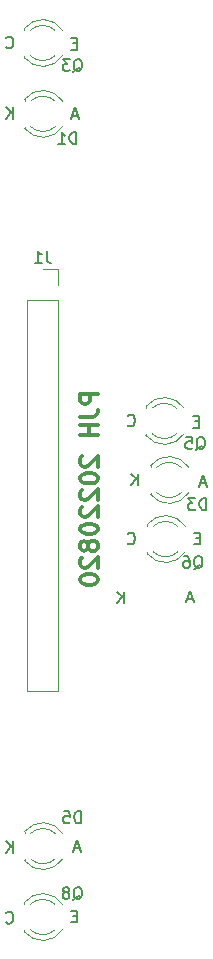
<source format=gbo>
G04 #@! TF.GenerationSoftware,KiCad,Pcbnew,8.0.6*
G04 #@! TF.CreationDate,2024-10-20T17:10:00+01:00*
G04 #@! TF.ProjectId,line-sensor-mini-kes,6c696e65-2d73-4656-9e73-6f722d6d696e,rev?*
G04 #@! TF.SameCoordinates,Original*
G04 #@! TF.FileFunction,Legend,Bot*
G04 #@! TF.FilePolarity,Positive*
%FSLAX46Y46*%
G04 Gerber Fmt 4.6, Leading zero omitted, Abs format (unit mm)*
G04 Created by KiCad (PCBNEW 8.0.6) date 2024-10-20 17:10:00*
%MOMM*%
%LPD*%
G01*
G04 APERTURE LIST*
%ADD10C,0.150000*%
%ADD11C,0.300000*%
%ADD12C,0.120000*%
%ADD13R,1.800000X1.800000*%
%ADD14C,1.800000*%
%ADD15C,1.600000*%
%ADD16O,1.600000X1.600000*%
%ADD17C,3.200000*%
%ADD18R,1.600000X1.600000*%
%ADD19R,1.700000X1.700000*%
%ADD20O,1.700000X1.700000*%
G04 APERTURE END LIST*
D10*
X154261905Y-115069104D02*
X154738095Y-115069104D01*
X154166667Y-115354819D02*
X154500000Y-114354819D01*
X154500000Y-114354819D02*
X154833333Y-115354819D01*
X144461905Y-74169104D02*
X144938095Y-74169104D01*
X144366667Y-74454819D02*
X144700000Y-73454819D01*
X144700000Y-73454819D02*
X145033333Y-74454819D01*
D11*
X146678328Y-97714287D02*
X145178328Y-97714287D01*
X145178328Y-97714287D02*
X145178328Y-98285716D01*
X145178328Y-98285716D02*
X145249757Y-98428573D01*
X145249757Y-98428573D02*
X145321185Y-98500002D01*
X145321185Y-98500002D02*
X145464042Y-98571430D01*
X145464042Y-98571430D02*
X145678328Y-98571430D01*
X145678328Y-98571430D02*
X145821185Y-98500002D01*
X145821185Y-98500002D02*
X145892614Y-98428573D01*
X145892614Y-98428573D02*
X145964042Y-98285716D01*
X145964042Y-98285716D02*
X145964042Y-97714287D01*
X145178328Y-99642859D02*
X146249757Y-99642859D01*
X146249757Y-99642859D02*
X146464042Y-99571430D01*
X146464042Y-99571430D02*
X146606900Y-99428573D01*
X146606900Y-99428573D02*
X146678328Y-99214287D01*
X146678328Y-99214287D02*
X146678328Y-99071430D01*
X146678328Y-100357144D02*
X145178328Y-100357144D01*
X145892614Y-100357144D02*
X145892614Y-101214287D01*
X146678328Y-101214287D02*
X145178328Y-101214287D01*
X145321185Y-103000002D02*
X145249757Y-103071430D01*
X145249757Y-103071430D02*
X145178328Y-103214288D01*
X145178328Y-103214288D02*
X145178328Y-103571430D01*
X145178328Y-103571430D02*
X145249757Y-103714288D01*
X145249757Y-103714288D02*
X145321185Y-103785716D01*
X145321185Y-103785716D02*
X145464042Y-103857145D01*
X145464042Y-103857145D02*
X145606900Y-103857145D01*
X145606900Y-103857145D02*
X145821185Y-103785716D01*
X145821185Y-103785716D02*
X146678328Y-102928573D01*
X146678328Y-102928573D02*
X146678328Y-103857145D01*
X145178328Y-104785716D02*
X145178328Y-104928573D01*
X145178328Y-104928573D02*
X145249757Y-105071430D01*
X145249757Y-105071430D02*
X145321185Y-105142859D01*
X145321185Y-105142859D02*
X145464042Y-105214287D01*
X145464042Y-105214287D02*
X145749757Y-105285716D01*
X145749757Y-105285716D02*
X146106900Y-105285716D01*
X146106900Y-105285716D02*
X146392614Y-105214287D01*
X146392614Y-105214287D02*
X146535471Y-105142859D01*
X146535471Y-105142859D02*
X146606900Y-105071430D01*
X146606900Y-105071430D02*
X146678328Y-104928573D01*
X146678328Y-104928573D02*
X146678328Y-104785716D01*
X146678328Y-104785716D02*
X146606900Y-104642859D01*
X146606900Y-104642859D02*
X146535471Y-104571430D01*
X146535471Y-104571430D02*
X146392614Y-104500001D01*
X146392614Y-104500001D02*
X146106900Y-104428573D01*
X146106900Y-104428573D02*
X145749757Y-104428573D01*
X145749757Y-104428573D02*
X145464042Y-104500001D01*
X145464042Y-104500001D02*
X145321185Y-104571430D01*
X145321185Y-104571430D02*
X145249757Y-104642859D01*
X145249757Y-104642859D02*
X145178328Y-104785716D01*
X145321185Y-105857144D02*
X145249757Y-105928572D01*
X145249757Y-105928572D02*
X145178328Y-106071430D01*
X145178328Y-106071430D02*
X145178328Y-106428572D01*
X145178328Y-106428572D02*
X145249757Y-106571430D01*
X145249757Y-106571430D02*
X145321185Y-106642858D01*
X145321185Y-106642858D02*
X145464042Y-106714287D01*
X145464042Y-106714287D02*
X145606900Y-106714287D01*
X145606900Y-106714287D02*
X145821185Y-106642858D01*
X145821185Y-106642858D02*
X146678328Y-105785715D01*
X146678328Y-105785715D02*
X146678328Y-106714287D01*
X145321185Y-107285715D02*
X145249757Y-107357143D01*
X145249757Y-107357143D02*
X145178328Y-107500001D01*
X145178328Y-107500001D02*
X145178328Y-107857143D01*
X145178328Y-107857143D02*
X145249757Y-108000001D01*
X145249757Y-108000001D02*
X145321185Y-108071429D01*
X145321185Y-108071429D02*
X145464042Y-108142858D01*
X145464042Y-108142858D02*
X145606900Y-108142858D01*
X145606900Y-108142858D02*
X145821185Y-108071429D01*
X145821185Y-108071429D02*
X146678328Y-107214286D01*
X146678328Y-107214286D02*
X146678328Y-108142858D01*
X145178328Y-109071429D02*
X145178328Y-109214286D01*
X145178328Y-109214286D02*
X145249757Y-109357143D01*
X145249757Y-109357143D02*
X145321185Y-109428572D01*
X145321185Y-109428572D02*
X145464042Y-109500000D01*
X145464042Y-109500000D02*
X145749757Y-109571429D01*
X145749757Y-109571429D02*
X146106900Y-109571429D01*
X146106900Y-109571429D02*
X146392614Y-109500000D01*
X146392614Y-109500000D02*
X146535471Y-109428572D01*
X146535471Y-109428572D02*
X146606900Y-109357143D01*
X146606900Y-109357143D02*
X146678328Y-109214286D01*
X146678328Y-109214286D02*
X146678328Y-109071429D01*
X146678328Y-109071429D02*
X146606900Y-108928572D01*
X146606900Y-108928572D02*
X146535471Y-108857143D01*
X146535471Y-108857143D02*
X146392614Y-108785714D01*
X146392614Y-108785714D02*
X146106900Y-108714286D01*
X146106900Y-108714286D02*
X145749757Y-108714286D01*
X145749757Y-108714286D02*
X145464042Y-108785714D01*
X145464042Y-108785714D02*
X145321185Y-108857143D01*
X145321185Y-108857143D02*
X145249757Y-108928572D01*
X145249757Y-108928572D02*
X145178328Y-109071429D01*
X145821185Y-110428571D02*
X145749757Y-110285714D01*
X145749757Y-110285714D02*
X145678328Y-110214285D01*
X145678328Y-110214285D02*
X145535471Y-110142857D01*
X145535471Y-110142857D02*
X145464042Y-110142857D01*
X145464042Y-110142857D02*
X145321185Y-110214285D01*
X145321185Y-110214285D02*
X145249757Y-110285714D01*
X145249757Y-110285714D02*
X145178328Y-110428571D01*
X145178328Y-110428571D02*
X145178328Y-110714285D01*
X145178328Y-110714285D02*
X145249757Y-110857143D01*
X145249757Y-110857143D02*
X145321185Y-110928571D01*
X145321185Y-110928571D02*
X145464042Y-111000000D01*
X145464042Y-111000000D02*
X145535471Y-111000000D01*
X145535471Y-111000000D02*
X145678328Y-110928571D01*
X145678328Y-110928571D02*
X145749757Y-110857143D01*
X145749757Y-110857143D02*
X145821185Y-110714285D01*
X145821185Y-110714285D02*
X145821185Y-110428571D01*
X145821185Y-110428571D02*
X145892614Y-110285714D01*
X145892614Y-110285714D02*
X145964042Y-110214285D01*
X145964042Y-110214285D02*
X146106900Y-110142857D01*
X146106900Y-110142857D02*
X146392614Y-110142857D01*
X146392614Y-110142857D02*
X146535471Y-110214285D01*
X146535471Y-110214285D02*
X146606900Y-110285714D01*
X146606900Y-110285714D02*
X146678328Y-110428571D01*
X146678328Y-110428571D02*
X146678328Y-110714285D01*
X146678328Y-110714285D02*
X146606900Y-110857143D01*
X146606900Y-110857143D02*
X146535471Y-110928571D01*
X146535471Y-110928571D02*
X146392614Y-111000000D01*
X146392614Y-111000000D02*
X146106900Y-111000000D01*
X146106900Y-111000000D02*
X145964042Y-110928571D01*
X145964042Y-110928571D02*
X145892614Y-110857143D01*
X145892614Y-110857143D02*
X145821185Y-110714285D01*
X145321185Y-111571428D02*
X145249757Y-111642856D01*
X145249757Y-111642856D02*
X145178328Y-111785714D01*
X145178328Y-111785714D02*
X145178328Y-112142856D01*
X145178328Y-112142856D02*
X145249757Y-112285714D01*
X145249757Y-112285714D02*
X145321185Y-112357142D01*
X145321185Y-112357142D02*
X145464042Y-112428571D01*
X145464042Y-112428571D02*
X145606900Y-112428571D01*
X145606900Y-112428571D02*
X145821185Y-112357142D01*
X145821185Y-112357142D02*
X146678328Y-111499999D01*
X146678328Y-111499999D02*
X146678328Y-112428571D01*
X145178328Y-113357142D02*
X145178328Y-113499999D01*
X145178328Y-113499999D02*
X145249757Y-113642856D01*
X145249757Y-113642856D02*
X145321185Y-113714285D01*
X145321185Y-113714285D02*
X145464042Y-113785713D01*
X145464042Y-113785713D02*
X145749757Y-113857142D01*
X145749757Y-113857142D02*
X146106900Y-113857142D01*
X146106900Y-113857142D02*
X146392614Y-113785713D01*
X146392614Y-113785713D02*
X146535471Y-113714285D01*
X146535471Y-113714285D02*
X146606900Y-113642856D01*
X146606900Y-113642856D02*
X146678328Y-113499999D01*
X146678328Y-113499999D02*
X146678328Y-113357142D01*
X146678328Y-113357142D02*
X146606900Y-113214285D01*
X146606900Y-113214285D02*
X146535471Y-113142856D01*
X146535471Y-113142856D02*
X146392614Y-113071427D01*
X146392614Y-113071427D02*
X146106900Y-112999999D01*
X146106900Y-112999999D02*
X145749757Y-112999999D01*
X145749757Y-112999999D02*
X145464042Y-113071427D01*
X145464042Y-113071427D02*
X145321185Y-113142856D01*
X145321185Y-113142856D02*
X145249757Y-113214285D01*
X145249757Y-113214285D02*
X145178328Y-113357142D01*
D10*
X155361905Y-105269104D02*
X155838095Y-105269104D01*
X155266667Y-105554819D02*
X155600000Y-104554819D01*
X155600000Y-104554819D02*
X155933333Y-105554819D01*
X144661905Y-136169104D02*
X145138095Y-136169104D01*
X144566667Y-136454819D02*
X144900000Y-135454819D01*
X144900000Y-135454819D02*
X145233333Y-136454819D01*
X139461904Y-136554819D02*
X139461904Y-135554819D01*
X138890476Y-136554819D02*
X139319047Y-135983390D01*
X138890476Y-135554819D02*
X139461904Y-136126247D01*
X148861904Y-115454819D02*
X148861904Y-114454819D01*
X148290476Y-115454819D02*
X148719047Y-114883390D01*
X148290476Y-114454819D02*
X148861904Y-115026247D01*
X139461904Y-74454819D02*
X139461904Y-73454819D01*
X138890476Y-74454819D02*
X139319047Y-73883390D01*
X138890476Y-73454819D02*
X139461904Y-74026247D01*
X150061904Y-105454819D02*
X150061904Y-104454819D01*
X149490476Y-105454819D02*
X149919047Y-104883390D01*
X149490476Y-104454819D02*
X150061904Y-105026247D01*
X144838094Y-76554819D02*
X144838094Y-75554819D01*
X144838094Y-75554819D02*
X144599999Y-75554819D01*
X144599999Y-75554819D02*
X144457142Y-75602438D01*
X144457142Y-75602438D02*
X144361904Y-75697676D01*
X144361904Y-75697676D02*
X144314285Y-75792914D01*
X144314285Y-75792914D02*
X144266666Y-75983390D01*
X144266666Y-75983390D02*
X144266666Y-76126247D01*
X144266666Y-76126247D02*
X144314285Y-76316723D01*
X144314285Y-76316723D02*
X144361904Y-76411961D01*
X144361904Y-76411961D02*
X144457142Y-76507200D01*
X144457142Y-76507200D02*
X144599999Y-76554819D01*
X144599999Y-76554819D02*
X144838094Y-76554819D01*
X143314285Y-76554819D02*
X143885713Y-76554819D01*
X143599999Y-76554819D02*
X143599999Y-75554819D01*
X143599999Y-75554819D02*
X143695237Y-75697676D01*
X143695237Y-75697676D02*
X143790475Y-75792914D01*
X143790475Y-75792914D02*
X143885713Y-75840533D01*
X154995238Y-102450057D02*
X155090476Y-102402438D01*
X155090476Y-102402438D02*
X155185714Y-102307200D01*
X155185714Y-102307200D02*
X155328571Y-102164342D01*
X155328571Y-102164342D02*
X155423809Y-102116723D01*
X155423809Y-102116723D02*
X155519047Y-102116723D01*
X155471428Y-102354819D02*
X155566666Y-102307200D01*
X155566666Y-102307200D02*
X155661904Y-102211961D01*
X155661904Y-102211961D02*
X155709523Y-102021485D01*
X155709523Y-102021485D02*
X155709523Y-101688152D01*
X155709523Y-101688152D02*
X155661904Y-101497676D01*
X155661904Y-101497676D02*
X155566666Y-101402438D01*
X155566666Y-101402438D02*
X155471428Y-101354819D01*
X155471428Y-101354819D02*
X155280952Y-101354819D01*
X155280952Y-101354819D02*
X155185714Y-101402438D01*
X155185714Y-101402438D02*
X155090476Y-101497676D01*
X155090476Y-101497676D02*
X155042857Y-101688152D01*
X155042857Y-101688152D02*
X155042857Y-102021485D01*
X155042857Y-102021485D02*
X155090476Y-102211961D01*
X155090476Y-102211961D02*
X155185714Y-102307200D01*
X155185714Y-102307200D02*
X155280952Y-102354819D01*
X155280952Y-102354819D02*
X155471428Y-102354819D01*
X154138095Y-101354819D02*
X154614285Y-101354819D01*
X154614285Y-101354819D02*
X154661904Y-101831009D01*
X154661904Y-101831009D02*
X154614285Y-101783390D01*
X154614285Y-101783390D02*
X154519047Y-101735771D01*
X154519047Y-101735771D02*
X154280952Y-101735771D01*
X154280952Y-101735771D02*
X154185714Y-101783390D01*
X154185714Y-101783390D02*
X154138095Y-101831009D01*
X154138095Y-101831009D02*
X154090476Y-101926247D01*
X154090476Y-101926247D02*
X154090476Y-102164342D01*
X154090476Y-102164342D02*
X154138095Y-102259580D01*
X154138095Y-102259580D02*
X154185714Y-102307200D01*
X154185714Y-102307200D02*
X154280952Y-102354819D01*
X154280952Y-102354819D02*
X154519047Y-102354819D01*
X154519047Y-102354819D02*
X154614285Y-102307200D01*
X154614285Y-102307200D02*
X154661904Y-102259580D01*
X149190476Y-100359580D02*
X149238095Y-100407200D01*
X149238095Y-100407200D02*
X149380952Y-100454819D01*
X149380952Y-100454819D02*
X149476190Y-100454819D01*
X149476190Y-100454819D02*
X149619047Y-100407200D01*
X149619047Y-100407200D02*
X149714285Y-100311961D01*
X149714285Y-100311961D02*
X149761904Y-100216723D01*
X149761904Y-100216723D02*
X149809523Y-100026247D01*
X149809523Y-100026247D02*
X149809523Y-99883390D01*
X149809523Y-99883390D02*
X149761904Y-99692914D01*
X149761904Y-99692914D02*
X149714285Y-99597676D01*
X149714285Y-99597676D02*
X149619047Y-99502438D01*
X149619047Y-99502438D02*
X149476190Y-99454819D01*
X149476190Y-99454819D02*
X149380952Y-99454819D01*
X149380952Y-99454819D02*
X149238095Y-99502438D01*
X149238095Y-99502438D02*
X149190476Y-99550057D01*
X155214285Y-100031009D02*
X154880952Y-100031009D01*
X154738095Y-100554819D02*
X155214285Y-100554819D01*
X155214285Y-100554819D02*
X155214285Y-99554819D01*
X155214285Y-99554819D02*
X154738095Y-99554819D01*
X155838094Y-107554819D02*
X155838094Y-106554819D01*
X155838094Y-106554819D02*
X155599999Y-106554819D01*
X155599999Y-106554819D02*
X155457142Y-106602438D01*
X155457142Y-106602438D02*
X155361904Y-106697676D01*
X155361904Y-106697676D02*
X155314285Y-106792914D01*
X155314285Y-106792914D02*
X155266666Y-106983390D01*
X155266666Y-106983390D02*
X155266666Y-107126247D01*
X155266666Y-107126247D02*
X155314285Y-107316723D01*
X155314285Y-107316723D02*
X155361904Y-107411961D01*
X155361904Y-107411961D02*
X155457142Y-107507200D01*
X155457142Y-107507200D02*
X155599999Y-107554819D01*
X155599999Y-107554819D02*
X155838094Y-107554819D01*
X154933332Y-106554819D02*
X154314285Y-106554819D01*
X154314285Y-106554819D02*
X154647618Y-106935771D01*
X154647618Y-106935771D02*
X154504761Y-106935771D01*
X154504761Y-106935771D02*
X154409523Y-106983390D01*
X154409523Y-106983390D02*
X154361904Y-107031009D01*
X154361904Y-107031009D02*
X154314285Y-107126247D01*
X154314285Y-107126247D02*
X154314285Y-107364342D01*
X154314285Y-107364342D02*
X154361904Y-107459580D01*
X154361904Y-107459580D02*
X154409523Y-107507200D01*
X154409523Y-107507200D02*
X154504761Y-107554819D01*
X154504761Y-107554819D02*
X154790475Y-107554819D01*
X154790475Y-107554819D02*
X154885713Y-107507200D01*
X154885713Y-107507200D02*
X154933332Y-107459580D01*
X144595238Y-140550057D02*
X144690476Y-140502438D01*
X144690476Y-140502438D02*
X144785714Y-140407200D01*
X144785714Y-140407200D02*
X144928571Y-140264342D01*
X144928571Y-140264342D02*
X145023809Y-140216723D01*
X145023809Y-140216723D02*
X145119047Y-140216723D01*
X145071428Y-140454819D02*
X145166666Y-140407200D01*
X145166666Y-140407200D02*
X145261904Y-140311961D01*
X145261904Y-140311961D02*
X145309523Y-140121485D01*
X145309523Y-140121485D02*
X145309523Y-139788152D01*
X145309523Y-139788152D02*
X145261904Y-139597676D01*
X145261904Y-139597676D02*
X145166666Y-139502438D01*
X145166666Y-139502438D02*
X145071428Y-139454819D01*
X145071428Y-139454819D02*
X144880952Y-139454819D01*
X144880952Y-139454819D02*
X144785714Y-139502438D01*
X144785714Y-139502438D02*
X144690476Y-139597676D01*
X144690476Y-139597676D02*
X144642857Y-139788152D01*
X144642857Y-139788152D02*
X144642857Y-140121485D01*
X144642857Y-140121485D02*
X144690476Y-140311961D01*
X144690476Y-140311961D02*
X144785714Y-140407200D01*
X144785714Y-140407200D02*
X144880952Y-140454819D01*
X144880952Y-140454819D02*
X145071428Y-140454819D01*
X144071428Y-139883390D02*
X144166666Y-139835771D01*
X144166666Y-139835771D02*
X144214285Y-139788152D01*
X144214285Y-139788152D02*
X144261904Y-139692914D01*
X144261904Y-139692914D02*
X144261904Y-139645295D01*
X144261904Y-139645295D02*
X144214285Y-139550057D01*
X144214285Y-139550057D02*
X144166666Y-139502438D01*
X144166666Y-139502438D02*
X144071428Y-139454819D01*
X144071428Y-139454819D02*
X143880952Y-139454819D01*
X143880952Y-139454819D02*
X143785714Y-139502438D01*
X143785714Y-139502438D02*
X143738095Y-139550057D01*
X143738095Y-139550057D02*
X143690476Y-139645295D01*
X143690476Y-139645295D02*
X143690476Y-139692914D01*
X143690476Y-139692914D02*
X143738095Y-139788152D01*
X143738095Y-139788152D02*
X143785714Y-139835771D01*
X143785714Y-139835771D02*
X143880952Y-139883390D01*
X143880952Y-139883390D02*
X144071428Y-139883390D01*
X144071428Y-139883390D02*
X144166666Y-139931009D01*
X144166666Y-139931009D02*
X144214285Y-139978628D01*
X144214285Y-139978628D02*
X144261904Y-140073866D01*
X144261904Y-140073866D02*
X144261904Y-140264342D01*
X144261904Y-140264342D02*
X144214285Y-140359580D01*
X144214285Y-140359580D02*
X144166666Y-140407200D01*
X144166666Y-140407200D02*
X144071428Y-140454819D01*
X144071428Y-140454819D02*
X143880952Y-140454819D01*
X143880952Y-140454819D02*
X143785714Y-140407200D01*
X143785714Y-140407200D02*
X143738095Y-140359580D01*
X143738095Y-140359580D02*
X143690476Y-140264342D01*
X143690476Y-140264342D02*
X143690476Y-140073866D01*
X143690476Y-140073866D02*
X143738095Y-139978628D01*
X143738095Y-139978628D02*
X143785714Y-139931009D01*
X143785714Y-139931009D02*
X143880952Y-139883390D01*
X144914285Y-141931009D02*
X144580952Y-141931009D01*
X144438095Y-142454819D02*
X144914285Y-142454819D01*
X144914285Y-142454819D02*
X144914285Y-141454819D01*
X144914285Y-141454819D02*
X144438095Y-141454819D01*
X138890476Y-142459580D02*
X138938095Y-142507200D01*
X138938095Y-142507200D02*
X139080952Y-142554819D01*
X139080952Y-142554819D02*
X139176190Y-142554819D01*
X139176190Y-142554819D02*
X139319047Y-142507200D01*
X139319047Y-142507200D02*
X139414285Y-142411961D01*
X139414285Y-142411961D02*
X139461904Y-142316723D01*
X139461904Y-142316723D02*
X139509523Y-142126247D01*
X139509523Y-142126247D02*
X139509523Y-141983390D01*
X139509523Y-141983390D02*
X139461904Y-141792914D01*
X139461904Y-141792914D02*
X139414285Y-141697676D01*
X139414285Y-141697676D02*
X139319047Y-141602438D01*
X139319047Y-141602438D02*
X139176190Y-141554819D01*
X139176190Y-141554819D02*
X139080952Y-141554819D01*
X139080952Y-141554819D02*
X138938095Y-141602438D01*
X138938095Y-141602438D02*
X138890476Y-141650057D01*
X145238094Y-134054819D02*
X145238094Y-133054819D01*
X145238094Y-133054819D02*
X144999999Y-133054819D01*
X144999999Y-133054819D02*
X144857142Y-133102438D01*
X144857142Y-133102438D02*
X144761904Y-133197676D01*
X144761904Y-133197676D02*
X144714285Y-133292914D01*
X144714285Y-133292914D02*
X144666666Y-133483390D01*
X144666666Y-133483390D02*
X144666666Y-133626247D01*
X144666666Y-133626247D02*
X144714285Y-133816723D01*
X144714285Y-133816723D02*
X144761904Y-133911961D01*
X144761904Y-133911961D02*
X144857142Y-134007200D01*
X144857142Y-134007200D02*
X144999999Y-134054819D01*
X144999999Y-134054819D02*
X145238094Y-134054819D01*
X143761904Y-133054819D02*
X144238094Y-133054819D01*
X144238094Y-133054819D02*
X144285713Y-133531009D01*
X144285713Y-133531009D02*
X144238094Y-133483390D01*
X144238094Y-133483390D02*
X144142856Y-133435771D01*
X144142856Y-133435771D02*
X143904761Y-133435771D01*
X143904761Y-133435771D02*
X143809523Y-133483390D01*
X143809523Y-133483390D02*
X143761904Y-133531009D01*
X143761904Y-133531009D02*
X143714285Y-133626247D01*
X143714285Y-133626247D02*
X143714285Y-133864342D01*
X143714285Y-133864342D02*
X143761904Y-133959580D01*
X143761904Y-133959580D02*
X143809523Y-134007200D01*
X143809523Y-134007200D02*
X143904761Y-134054819D01*
X143904761Y-134054819D02*
X144142856Y-134054819D01*
X144142856Y-134054819D02*
X144238094Y-134007200D01*
X144238094Y-134007200D02*
X144285713Y-133959580D01*
X142333333Y-85614819D02*
X142333333Y-86329104D01*
X142333333Y-86329104D02*
X142380952Y-86471961D01*
X142380952Y-86471961D02*
X142476190Y-86567200D01*
X142476190Y-86567200D02*
X142619047Y-86614819D01*
X142619047Y-86614819D02*
X142714285Y-86614819D01*
X141333333Y-86614819D02*
X141904761Y-86614819D01*
X141619047Y-86614819D02*
X141619047Y-85614819D01*
X141619047Y-85614819D02*
X141714285Y-85757676D01*
X141714285Y-85757676D02*
X141809523Y-85852914D01*
X141809523Y-85852914D02*
X141904761Y-85900533D01*
X144595238Y-70450057D02*
X144690476Y-70402438D01*
X144690476Y-70402438D02*
X144785714Y-70307200D01*
X144785714Y-70307200D02*
X144928571Y-70164342D01*
X144928571Y-70164342D02*
X145023809Y-70116723D01*
X145023809Y-70116723D02*
X145119047Y-70116723D01*
X145071428Y-70354819D02*
X145166666Y-70307200D01*
X145166666Y-70307200D02*
X145261904Y-70211961D01*
X145261904Y-70211961D02*
X145309523Y-70021485D01*
X145309523Y-70021485D02*
X145309523Y-69688152D01*
X145309523Y-69688152D02*
X145261904Y-69497676D01*
X145261904Y-69497676D02*
X145166666Y-69402438D01*
X145166666Y-69402438D02*
X145071428Y-69354819D01*
X145071428Y-69354819D02*
X144880952Y-69354819D01*
X144880952Y-69354819D02*
X144785714Y-69402438D01*
X144785714Y-69402438D02*
X144690476Y-69497676D01*
X144690476Y-69497676D02*
X144642857Y-69688152D01*
X144642857Y-69688152D02*
X144642857Y-70021485D01*
X144642857Y-70021485D02*
X144690476Y-70211961D01*
X144690476Y-70211961D02*
X144785714Y-70307200D01*
X144785714Y-70307200D02*
X144880952Y-70354819D01*
X144880952Y-70354819D02*
X145071428Y-70354819D01*
X144309523Y-69354819D02*
X143690476Y-69354819D01*
X143690476Y-69354819D02*
X144023809Y-69735771D01*
X144023809Y-69735771D02*
X143880952Y-69735771D01*
X143880952Y-69735771D02*
X143785714Y-69783390D01*
X143785714Y-69783390D02*
X143738095Y-69831009D01*
X143738095Y-69831009D02*
X143690476Y-69926247D01*
X143690476Y-69926247D02*
X143690476Y-70164342D01*
X143690476Y-70164342D02*
X143738095Y-70259580D01*
X143738095Y-70259580D02*
X143785714Y-70307200D01*
X143785714Y-70307200D02*
X143880952Y-70354819D01*
X143880952Y-70354819D02*
X144166666Y-70354819D01*
X144166666Y-70354819D02*
X144261904Y-70307200D01*
X144261904Y-70307200D02*
X144309523Y-70259580D01*
X144914285Y-68031009D02*
X144580952Y-68031009D01*
X144438095Y-68554819D02*
X144914285Y-68554819D01*
X144914285Y-68554819D02*
X144914285Y-67554819D01*
X144914285Y-67554819D02*
X144438095Y-67554819D01*
X138890476Y-68359580D02*
X138938095Y-68407200D01*
X138938095Y-68407200D02*
X139080952Y-68454819D01*
X139080952Y-68454819D02*
X139176190Y-68454819D01*
X139176190Y-68454819D02*
X139319047Y-68407200D01*
X139319047Y-68407200D02*
X139414285Y-68311961D01*
X139414285Y-68311961D02*
X139461904Y-68216723D01*
X139461904Y-68216723D02*
X139509523Y-68026247D01*
X139509523Y-68026247D02*
X139509523Y-67883390D01*
X139509523Y-67883390D02*
X139461904Y-67692914D01*
X139461904Y-67692914D02*
X139414285Y-67597676D01*
X139414285Y-67597676D02*
X139319047Y-67502438D01*
X139319047Y-67502438D02*
X139176190Y-67454819D01*
X139176190Y-67454819D02*
X139080952Y-67454819D01*
X139080952Y-67454819D02*
X138938095Y-67502438D01*
X138938095Y-67502438D02*
X138890476Y-67550057D01*
X154795238Y-112550057D02*
X154890476Y-112502438D01*
X154890476Y-112502438D02*
X154985714Y-112407200D01*
X154985714Y-112407200D02*
X155128571Y-112264342D01*
X155128571Y-112264342D02*
X155223809Y-112216723D01*
X155223809Y-112216723D02*
X155319047Y-112216723D01*
X155271428Y-112454819D02*
X155366666Y-112407200D01*
X155366666Y-112407200D02*
X155461904Y-112311961D01*
X155461904Y-112311961D02*
X155509523Y-112121485D01*
X155509523Y-112121485D02*
X155509523Y-111788152D01*
X155509523Y-111788152D02*
X155461904Y-111597676D01*
X155461904Y-111597676D02*
X155366666Y-111502438D01*
X155366666Y-111502438D02*
X155271428Y-111454819D01*
X155271428Y-111454819D02*
X155080952Y-111454819D01*
X155080952Y-111454819D02*
X154985714Y-111502438D01*
X154985714Y-111502438D02*
X154890476Y-111597676D01*
X154890476Y-111597676D02*
X154842857Y-111788152D01*
X154842857Y-111788152D02*
X154842857Y-112121485D01*
X154842857Y-112121485D02*
X154890476Y-112311961D01*
X154890476Y-112311961D02*
X154985714Y-112407200D01*
X154985714Y-112407200D02*
X155080952Y-112454819D01*
X155080952Y-112454819D02*
X155271428Y-112454819D01*
X153985714Y-111454819D02*
X154176190Y-111454819D01*
X154176190Y-111454819D02*
X154271428Y-111502438D01*
X154271428Y-111502438D02*
X154319047Y-111550057D01*
X154319047Y-111550057D02*
X154414285Y-111692914D01*
X154414285Y-111692914D02*
X154461904Y-111883390D01*
X154461904Y-111883390D02*
X154461904Y-112264342D01*
X154461904Y-112264342D02*
X154414285Y-112359580D01*
X154414285Y-112359580D02*
X154366666Y-112407200D01*
X154366666Y-112407200D02*
X154271428Y-112454819D01*
X154271428Y-112454819D02*
X154080952Y-112454819D01*
X154080952Y-112454819D02*
X153985714Y-112407200D01*
X153985714Y-112407200D02*
X153938095Y-112359580D01*
X153938095Y-112359580D02*
X153890476Y-112264342D01*
X153890476Y-112264342D02*
X153890476Y-112026247D01*
X153890476Y-112026247D02*
X153938095Y-111931009D01*
X153938095Y-111931009D02*
X153985714Y-111883390D01*
X153985714Y-111883390D02*
X154080952Y-111835771D01*
X154080952Y-111835771D02*
X154271428Y-111835771D01*
X154271428Y-111835771D02*
X154366666Y-111883390D01*
X154366666Y-111883390D02*
X154414285Y-111931009D01*
X154414285Y-111931009D02*
X154461904Y-112026247D01*
X149190476Y-110359580D02*
X149238095Y-110407200D01*
X149238095Y-110407200D02*
X149380952Y-110454819D01*
X149380952Y-110454819D02*
X149476190Y-110454819D01*
X149476190Y-110454819D02*
X149619047Y-110407200D01*
X149619047Y-110407200D02*
X149714285Y-110311961D01*
X149714285Y-110311961D02*
X149761904Y-110216723D01*
X149761904Y-110216723D02*
X149809523Y-110026247D01*
X149809523Y-110026247D02*
X149809523Y-109883390D01*
X149809523Y-109883390D02*
X149761904Y-109692914D01*
X149761904Y-109692914D02*
X149714285Y-109597676D01*
X149714285Y-109597676D02*
X149619047Y-109502438D01*
X149619047Y-109502438D02*
X149476190Y-109454819D01*
X149476190Y-109454819D02*
X149380952Y-109454819D01*
X149380952Y-109454819D02*
X149238095Y-109502438D01*
X149238095Y-109502438D02*
X149190476Y-109550057D01*
X155314285Y-109931009D02*
X154980952Y-109931009D01*
X154838095Y-110454819D02*
X155314285Y-110454819D01*
X155314285Y-110454819D02*
X155314285Y-109454819D01*
X155314285Y-109454819D02*
X154838095Y-109454819D01*
D12*
X140460000Y-72920000D02*
X140460000Y-72764000D01*
X140460000Y-75236000D02*
X140460000Y-75080000D01*
X140460000Y-72764484D02*
G75*
G02*
X143692335Y-72921392I1560000J-1235516D01*
G01*
X140979039Y-72920000D02*
G75*
G02*
X143061130Y-72920163I1040961J-1080000D01*
G01*
X143061130Y-75079837D02*
G75*
G02*
X140979039Y-75080000I-1041130J1079837D01*
G01*
X143692335Y-75078608D02*
G75*
G02*
X140460000Y-75235516I-1672335J1078608D01*
G01*
X150740000Y-98920000D02*
X150740000Y-98764000D01*
X150740000Y-101236000D02*
X150740000Y-101080000D01*
X150740000Y-98764484D02*
G75*
G02*
X153972335Y-98921392I1560000J-1235517D01*
G01*
X151259039Y-98920000D02*
G75*
G02*
X153341130Y-98920163I1040961J-1080000D01*
G01*
X153341130Y-101079837D02*
G75*
G02*
X151259039Y-101080000I-1041130J1079837D01*
G01*
X153972335Y-101078608D02*
G75*
G02*
X150740000Y-101235516I-1672335J1078609D01*
G01*
X151135000Y-103920000D02*
X151135000Y-103764000D01*
X151135000Y-106236000D02*
X151135000Y-106080000D01*
X151135000Y-103764484D02*
G75*
G02*
X154367335Y-103921392I1560000J-1235516D01*
G01*
X151654039Y-103920000D02*
G75*
G02*
X153736130Y-103920163I1040961J-1080000D01*
G01*
X153736130Y-106079837D02*
G75*
G02*
X151654039Y-106080000I-1041130J1079837D01*
G01*
X154367335Y-106078608D02*
G75*
G02*
X151135000Y-106235516I-1672335J1078608D01*
G01*
X140440000Y-140920000D02*
X140440000Y-140764000D01*
X140440000Y-143236000D02*
X140440000Y-143080000D01*
X140440000Y-140764484D02*
G75*
G02*
X143672335Y-140921392I1560000J-1235517D01*
G01*
X140959039Y-140920000D02*
G75*
G02*
X143041130Y-140920163I1040961J-1080000D01*
G01*
X143041130Y-143079837D02*
G75*
G02*
X140959039Y-143080000I-1041130J1079837D01*
G01*
X143672335Y-143078608D02*
G75*
G02*
X140440000Y-143235516I-1672335J1078609D01*
G01*
X140460000Y-134920000D02*
X140460000Y-134764000D01*
X140460000Y-137236000D02*
X140460000Y-137080000D01*
X140460000Y-134764484D02*
G75*
G02*
X143692335Y-134921392I1560000J-1235516D01*
G01*
X140979039Y-134920000D02*
G75*
G02*
X143061130Y-134920163I1040961J-1080000D01*
G01*
X143061130Y-137079837D02*
G75*
G02*
X140979039Y-137080000I-1041130J1079837D01*
G01*
X143692335Y-137078608D02*
G75*
G02*
X140460000Y-137235516I-1672335J1078608D01*
G01*
X140670000Y-89760000D02*
X140670000Y-122840000D01*
X143330000Y-87160000D02*
X142000000Y-87160000D01*
X143330000Y-88490000D02*
X143330000Y-87160000D01*
X143330000Y-89760000D02*
X140670000Y-89760000D01*
X143330000Y-89760000D02*
X143330000Y-122840000D01*
X143330000Y-122840000D02*
X140670000Y-122840000D01*
X140440000Y-66920000D02*
X140440000Y-66764000D01*
X140440000Y-69236000D02*
X140440000Y-69080000D01*
X140440000Y-66764484D02*
G75*
G02*
X143672335Y-66921392I1560000J-1235517D01*
G01*
X140959039Y-66920000D02*
G75*
G02*
X143041130Y-66920163I1040961J-1080000D01*
G01*
X143041130Y-69079837D02*
G75*
G02*
X140959039Y-69080000I-1041130J1079837D01*
G01*
X143672335Y-69078608D02*
G75*
G02*
X140440000Y-69235516I-1672335J1078609D01*
G01*
X150840000Y-108920000D02*
X150840000Y-108764000D01*
X150840000Y-111236000D02*
X150840000Y-111080000D01*
X150840000Y-108764484D02*
G75*
G02*
X154072335Y-108921392I1560000J-1235517D01*
G01*
X151359039Y-108920000D02*
G75*
G02*
X153441130Y-108920163I1040961J-1080000D01*
G01*
X153441130Y-111079837D02*
G75*
G02*
X151359039Y-111080000I-1041130J1079837D01*
G01*
X154072335Y-111078608D02*
G75*
G02*
X150840000Y-111235516I-1672335J1078609D01*
G01*
%LPC*%
D13*
X152000000Y-130000000D03*
D14*
X152000000Y-127460000D03*
X152000000Y-124920000D03*
D15*
X157000000Y-112000000D03*
D16*
X164620000Y-112000000D03*
D15*
X157000000Y-116000000D03*
D16*
X164620000Y-116000000D03*
D15*
X157000000Y-98000000D03*
D16*
X164620000Y-98000000D03*
D15*
X147000000Y-142000000D03*
D16*
X154620000Y-142000000D03*
D17*
X144370000Y-129130000D03*
D13*
X158000000Y-136000000D03*
D14*
X160540000Y-136000000D03*
D15*
X147000000Y-72000000D03*
D16*
X154620000Y-72000000D03*
D15*
X157000000Y-128000000D03*
D16*
X164620000Y-128000000D03*
D15*
X147000000Y-134000000D03*
D16*
X154620000Y-134000000D03*
D13*
X158000000Y-74000000D03*
D14*
X160540000Y-74000000D03*
D15*
X147000000Y-68000000D03*
D16*
X154620000Y-68000000D03*
D15*
X147000000Y-138000000D03*
D16*
X154620000Y-138000000D03*
D17*
X144370000Y-80870000D03*
D18*
X159400000Y-106788614D03*
X161000000Y-106117677D03*
D15*
X161000000Y-103617677D03*
X162600000Y-102946740D03*
X157000000Y-132000000D03*
D16*
X164620000Y-132000000D03*
D15*
X147000000Y-76000000D03*
D16*
X154620000Y-76000000D03*
D15*
X157000000Y-86000000D03*
D16*
X164620000Y-86000000D03*
D13*
X140750000Y-74000000D03*
D14*
X143290000Y-74000000D03*
D13*
X151030000Y-100000000D03*
D14*
X153570000Y-100000000D03*
D13*
X151425000Y-105000000D03*
D14*
X153965000Y-105000000D03*
D13*
X140730000Y-142000000D03*
D14*
X143270000Y-142000000D03*
D13*
X140750000Y-136000000D03*
D14*
X143290000Y-136000000D03*
D19*
X142000000Y-88490000D03*
D20*
X142000000Y-91030000D03*
X142000000Y-93570000D03*
X142000000Y-96110000D03*
X142000000Y-98650000D03*
X142000000Y-101190000D03*
X142000000Y-103730000D03*
X142000000Y-106270000D03*
X142000000Y-108810000D03*
X142000000Y-111350000D03*
X142000000Y-113890000D03*
X142000000Y-116430000D03*
X142000000Y-118970000D03*
X142000000Y-121510000D03*
D13*
X140730000Y-68000000D03*
D14*
X143270000Y-68000000D03*
D13*
X151130000Y-110000000D03*
D14*
X153670000Y-110000000D03*
%LPD*%
M02*

</source>
